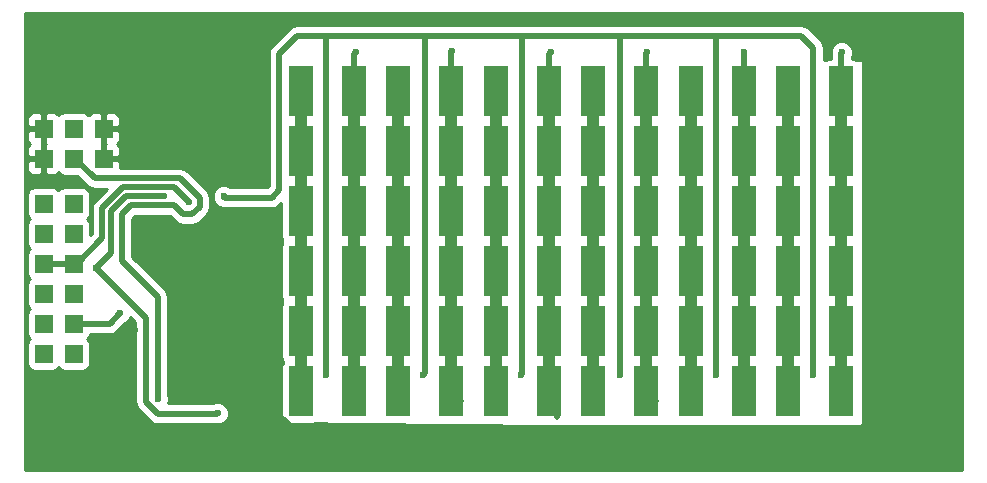
<source format=gbr>
G04 #@! TF.FileFunction,Copper,L1,Top,Signal*
%FSLAX46Y46*%
G04 Gerber Fmt 4.6, Leading zero omitted, Abs format (unit mm)*
G04 Created by KiCad (PCBNEW 4.0.5+dfsg1-4) date Mon Nov 27 15:55:13 2017*
%MOMM*%
%LPD*%
G01*
G04 APERTURE LIST*
%ADD10C,0.100000*%
%ADD11R,1.524000X1.524000*%
%ADD12C,6.000000*%
%ADD13R,2.000000X4.200000*%
%ADD14C,0.600000*%
%ADD15C,0.500000*%
%ADD16C,1.000000*%
%ADD17C,0.254000*%
G04 APERTURE END LIST*
D10*
D11*
X48260000Y-41275000D03*
X48260000Y-43815000D03*
X45720000Y-41275000D03*
X45720000Y-43815000D03*
X43180000Y-41275000D03*
X43180000Y-43815000D03*
D12*
X116840000Y-66040000D03*
X116840000Y-35560000D03*
X45720000Y-35560000D03*
X45720000Y-66040000D03*
D13*
X69433000Y-43180000D03*
X64933000Y-43180000D03*
X69433000Y-38100000D03*
X64933000Y-38100000D03*
X69433000Y-53340000D03*
X64933000Y-53340000D03*
X69433000Y-63500000D03*
X64933000Y-63500000D03*
X69433000Y-48260000D03*
X64933000Y-48260000D03*
X69433000Y-58420000D03*
X64933000Y-58420000D03*
X77688000Y-38100000D03*
X73188000Y-38100000D03*
X77688000Y-43180000D03*
X73188000Y-43180000D03*
X77688000Y-48260000D03*
X73188000Y-48260000D03*
X77688000Y-63500000D03*
X73188000Y-63500000D03*
X77688000Y-53340000D03*
X73188000Y-53340000D03*
X77688000Y-58420000D03*
X73188000Y-58420000D03*
X85943000Y-38100000D03*
X81443000Y-38100000D03*
X85943000Y-43180000D03*
X81443000Y-43180000D03*
X85943000Y-48260000D03*
X81443000Y-48260000D03*
X85943000Y-63500000D03*
X81443000Y-63500000D03*
X85943000Y-53340000D03*
X81443000Y-53340000D03*
X85943000Y-58420000D03*
X81443000Y-58420000D03*
X94198000Y-58420000D03*
X89698000Y-58420000D03*
X94198000Y-53340000D03*
X89698000Y-53340000D03*
X94198000Y-43180000D03*
X89698000Y-43180000D03*
X94198000Y-63500000D03*
X89698000Y-63500000D03*
X94198000Y-48260000D03*
X89698000Y-48260000D03*
X94198000Y-38100000D03*
X89698000Y-38100000D03*
X102453000Y-58420000D03*
X97953000Y-58420000D03*
X102453000Y-53340000D03*
X97953000Y-53340000D03*
X102453000Y-63500000D03*
X97953000Y-63500000D03*
X102453000Y-43180000D03*
X97953000Y-43180000D03*
X102453000Y-48260000D03*
X97953000Y-48260000D03*
X102453000Y-38100000D03*
X97953000Y-38100000D03*
X110708000Y-38100000D03*
X106208000Y-38100000D03*
X110708000Y-43180000D03*
X106208000Y-43180000D03*
X110708000Y-48260000D03*
X106208000Y-48260000D03*
X110708000Y-53340000D03*
X106208000Y-53340000D03*
X110708000Y-58420000D03*
X106208000Y-58420000D03*
X110708000Y-63500000D03*
X106208000Y-63500000D03*
D11*
X43180000Y-47625000D03*
X45720000Y-47625000D03*
X43180000Y-50165000D03*
X45720000Y-50165000D03*
X43180000Y-52705000D03*
X45720000Y-52705000D03*
X43180000Y-55245000D03*
X45720000Y-55245000D03*
X43180000Y-57785000D03*
X45720000Y-57785000D03*
X43180000Y-60325000D03*
X45720000Y-60325000D03*
D14*
X55499000Y-47498000D03*
X57023000Y-40767000D03*
X54483000Y-40767000D03*
X51181000Y-40894000D03*
X59944000Y-40386000D03*
X60198000Y-37973000D03*
X59436000Y-33528000D03*
X59880500Y-35623500D03*
X61112400Y-52959000D03*
X52407820Y-51943000D03*
X63373000Y-61087000D03*
X58928000Y-60071000D03*
X50927000Y-58293000D03*
X52832000Y-64135000D03*
X83693000Y-51689000D03*
X57912000Y-65362000D03*
X58420000Y-46990000D03*
X67056000Y-53086000D03*
X67056000Y-62103000D03*
X75438000Y-53086000D03*
X75311000Y-62103000D03*
X83566000Y-62103000D03*
X91948000Y-52324000D03*
X91948000Y-62103000D03*
X100076000Y-53086000D03*
X100076000Y-62146000D03*
X108331000Y-53086000D03*
X108331000Y-62103000D03*
X47625000Y-53086000D03*
X53340000Y-46990000D03*
X64933000Y-55880000D03*
X69596000Y-34798000D03*
X69433000Y-55880000D03*
X73188000Y-55880000D03*
X77724000Y-34671000D03*
X77688000Y-55753000D03*
X81443000Y-55753000D03*
X86106000Y-34798000D03*
X85943000Y-55880000D03*
X89698000Y-55753000D03*
X94234000Y-34798000D03*
X94198000Y-55880000D03*
X97953000Y-55753000D03*
X102489000Y-34798000D03*
X102453000Y-55880000D03*
X106208000Y-55880000D03*
X110744000Y-34798000D03*
X110708000Y-55880000D03*
X49657000Y-56896000D03*
D15*
X45720000Y-52705000D02*
X45974000Y-52705000D01*
X45974000Y-52705000D02*
X48133000Y-50546000D01*
X54229000Y-46228000D02*
X55499000Y-47498000D01*
X49911000Y-46228000D02*
X54229000Y-46228000D01*
X48133000Y-48006000D02*
X49911000Y-46228000D01*
X48133000Y-50546000D02*
X48133000Y-48006000D01*
X45720000Y-52705000D02*
X45847000Y-52705000D01*
X45720000Y-52705000D02*
X46101000Y-52705000D01*
X43180000Y-52705000D02*
X45720000Y-52705000D01*
X59880500Y-35623500D02*
X59944000Y-35560000D01*
X61112400Y-54203600D02*
X61112400Y-52959000D01*
X52407820Y-51943000D02*
X54127400Y-51943000D01*
X54127400Y-51943000D02*
X54102000Y-51943000D01*
X54102000Y-51943000D02*
X54127400Y-51943000D01*
X63373000Y-61087000D02*
X62382400Y-61087000D01*
X62382400Y-61087000D02*
X62865000Y-61087000D01*
X62865000Y-61087000D02*
X62382400Y-61087000D01*
X58928000Y-60071000D02*
X62382400Y-60071000D01*
X62382400Y-60071000D02*
X62103000Y-60071000D01*
X62103000Y-60071000D02*
X62382400Y-60071000D01*
X49530000Y-62230000D02*
X45720000Y-66040000D01*
X49530000Y-59690000D02*
X49530000Y-62230000D01*
X50927000Y-58293000D02*
X49530000Y-59690000D01*
D16*
X116840000Y-66040000D02*
X113385600Y-66040000D01*
X62382400Y-65151000D02*
X62382400Y-61087000D01*
X64084200Y-66852800D02*
X62382400Y-65151000D01*
X112572800Y-66852800D02*
X64084200Y-66852800D01*
X113385600Y-66040000D02*
X112572800Y-66852800D01*
X62382400Y-61087000D02*
X62382400Y-60071000D01*
X54127400Y-51155600D02*
X52120800Y-49149000D01*
X54127400Y-51943000D02*
X54127400Y-51155600D01*
X62382400Y-60071000D02*
X62382400Y-55473600D01*
X54127400Y-53238400D02*
X54127400Y-51943000D01*
X55092600Y-54203600D02*
X54127400Y-53238400D01*
X61112400Y-54203600D02*
X55092600Y-54203600D01*
X62382400Y-55473600D02*
X61112400Y-54203600D01*
D15*
X45720000Y-43815000D02*
X45847000Y-43815000D01*
X45847000Y-43815000D02*
X47498000Y-45466000D01*
X52832000Y-55499000D02*
X52832000Y-64135000D01*
X49784000Y-52451000D02*
X52832000Y-55499000D01*
X49784000Y-48514000D02*
X49784000Y-52451000D01*
X50546000Y-47752000D02*
X49784000Y-48514000D01*
X54229000Y-47752000D02*
X50546000Y-47752000D01*
X54991000Y-48514000D02*
X54229000Y-47752000D01*
X55753000Y-48514000D02*
X54991000Y-48514000D01*
X56388000Y-47879000D02*
X55753000Y-48514000D01*
X56388000Y-47117000D02*
X56388000Y-47879000D01*
X54737000Y-45466000D02*
X56388000Y-47117000D01*
X47498000Y-45466000D02*
X54737000Y-45466000D01*
X51816000Y-59817000D02*
X51816000Y-57277000D01*
X57912000Y-65362000D02*
X57869000Y-65405000D01*
X57869000Y-65405000D02*
X52832000Y-65405000D01*
X52832000Y-65405000D02*
X51816000Y-64389000D01*
X51816000Y-59817000D02*
X51816000Y-64389000D01*
X51816000Y-57277000D02*
X47625000Y-53086000D01*
X64643000Y-33401000D02*
X67056000Y-33401000D01*
X63119000Y-34925000D02*
X64643000Y-33401000D01*
X63119000Y-46482000D02*
X63119000Y-34925000D01*
X62484000Y-47117000D02*
X63119000Y-46482000D01*
X58547000Y-47117000D02*
X62484000Y-47117000D01*
X58420000Y-46990000D02*
X58547000Y-47117000D01*
X67056000Y-33401000D02*
X67056000Y-53086000D01*
X67056000Y-53086000D02*
X67056000Y-62103000D01*
X75438000Y-33401000D02*
X75438000Y-53086000D01*
X75438000Y-53086000D02*
X75438000Y-61976000D01*
X75438000Y-61976000D02*
X75311000Y-62103000D01*
X83693000Y-33401000D02*
X83693000Y-51689000D01*
X83693000Y-51689000D02*
X83693000Y-61976000D01*
X83693000Y-61976000D02*
X83566000Y-62103000D01*
X91948000Y-33401000D02*
X91948000Y-52324000D01*
X91948000Y-52324000D02*
X91948000Y-62103000D01*
X100076000Y-62146000D02*
X100076000Y-53086000D01*
X100076000Y-53086000D02*
X100076000Y-33401000D01*
X100076000Y-33401000D02*
X100076000Y-33528000D01*
X100076000Y-33528000D02*
X100076000Y-33401000D01*
X67056000Y-33401000D02*
X75438000Y-33401000D01*
X75438000Y-33401000D02*
X83693000Y-33401000D01*
X83693000Y-33401000D02*
X91948000Y-33401000D01*
X91948000Y-33401000D02*
X100076000Y-33401000D01*
X108331000Y-34417000D02*
X108331000Y-53086000D01*
X100076000Y-33401000D02*
X107315000Y-33401000D01*
X107315000Y-33401000D02*
X108331000Y-34417000D01*
X108331000Y-53086000D02*
X108331000Y-62103000D01*
X47625000Y-53086000D02*
X48895000Y-51816000D01*
X48895000Y-51816000D02*
X48895000Y-48260000D01*
X48895000Y-48260000D02*
X50165000Y-46990000D01*
X50165000Y-46990000D02*
X53340000Y-46990000D01*
X64933000Y-40640000D02*
X64933000Y-40676000D01*
D16*
X64933000Y-63500000D02*
X64933000Y-58420000D01*
X64933000Y-58420000D02*
X64933000Y-55880000D01*
X64933000Y-55880000D02*
X64933000Y-53340000D01*
X64933000Y-53340000D02*
X64933000Y-48260000D01*
X64933000Y-48260000D02*
X64933000Y-43180000D01*
X64933000Y-43180000D02*
X64933000Y-40640000D01*
X64933000Y-40640000D02*
X64933000Y-38100000D01*
D15*
X69433000Y-34961000D02*
X69433000Y-38100000D01*
X69596000Y-34798000D02*
X69433000Y-34961000D01*
X69433000Y-64861000D02*
X69433000Y-63500000D01*
X69723000Y-63790000D02*
X69433000Y-63500000D01*
X69596000Y-63663000D02*
X69433000Y-63500000D01*
D16*
X69433000Y-38100000D02*
X69433000Y-40640000D01*
X69433000Y-40640000D02*
X69433000Y-43180000D01*
X69433000Y-43180000D02*
X69433000Y-48260000D01*
X69433000Y-48260000D02*
X69433000Y-53340000D01*
X69433000Y-53340000D02*
X69433000Y-55880000D01*
X69433000Y-55880000D02*
X69433000Y-58420000D01*
X69433000Y-58420000D02*
X69433000Y-63500000D01*
X73188000Y-63500000D02*
X73188000Y-58420000D01*
X73188000Y-58420000D02*
X73188000Y-55880000D01*
X73188000Y-55880000D02*
X73188000Y-53340000D01*
X73188000Y-53340000D02*
X73188000Y-48260000D01*
X73188000Y-48260000D02*
X73188000Y-43180000D01*
X73188000Y-43180000D02*
X73188000Y-40767000D01*
X73188000Y-40767000D02*
X73188000Y-38100000D01*
D15*
X77688000Y-34707000D02*
X77688000Y-38100000D01*
X77724000Y-34671000D02*
X77688000Y-34707000D01*
X78486000Y-64298000D02*
X77688000Y-63500000D01*
X77978000Y-63790000D02*
X77688000Y-63500000D01*
X78105000Y-63917000D02*
X77688000Y-63500000D01*
D16*
X77688000Y-38100000D02*
X77688000Y-40513000D01*
X77688000Y-40513000D02*
X77688000Y-40640000D01*
X77688000Y-40640000D02*
X77688000Y-43180000D01*
X77688000Y-43180000D02*
X77688000Y-48260000D01*
X77688000Y-48260000D02*
X77688000Y-53340000D01*
X77688000Y-53340000D02*
X77688000Y-55753000D01*
X77688000Y-55753000D02*
X77688000Y-58420000D01*
X77688000Y-58420000D02*
X77688000Y-63500000D01*
X81443000Y-63500000D02*
X81443000Y-58420000D01*
X81443000Y-58420000D02*
X81443000Y-55753000D01*
X81443000Y-55753000D02*
X81443000Y-53340000D01*
X81443000Y-53340000D02*
X81443000Y-48260000D01*
X81443000Y-48260000D02*
X81443000Y-45720000D01*
X81443000Y-45720000D02*
X81443000Y-43180000D01*
X81443000Y-43180000D02*
X81443000Y-40767000D01*
X81443000Y-40767000D02*
X81443000Y-38100000D01*
D15*
X85943000Y-34961000D02*
X85943000Y-38100000D01*
X86106000Y-34798000D02*
X85943000Y-34961000D01*
X86614000Y-65659000D02*
X86614000Y-64171000D01*
X86614000Y-64171000D02*
X85943000Y-63500000D01*
X86360000Y-63917000D02*
X85943000Y-63500000D01*
D16*
X85943000Y-38100000D02*
X85943000Y-40640000D01*
X85943000Y-40640000D02*
X85943000Y-43180000D01*
X85943000Y-43180000D02*
X85943000Y-45720000D01*
X85943000Y-45720000D02*
X85943000Y-48260000D01*
X85943000Y-48260000D02*
X85943000Y-53340000D01*
X85943000Y-53340000D02*
X85943000Y-55880000D01*
X85943000Y-55880000D02*
X85943000Y-58420000D01*
X85943000Y-58420000D02*
X85943000Y-63500000D01*
X89698000Y-63500000D02*
X89698000Y-58420000D01*
X89698000Y-58420000D02*
X89698000Y-55753000D01*
X89698000Y-55753000D02*
X89698000Y-53340000D01*
X89698000Y-53340000D02*
X89698000Y-48260000D01*
X89698000Y-48260000D02*
X89698000Y-43180000D01*
X89698000Y-43180000D02*
X89698000Y-40640000D01*
X89698000Y-40640000D02*
X89698000Y-38100000D01*
D15*
X94198000Y-34834000D02*
X94198000Y-38100000D01*
X94234000Y-34798000D02*
X94198000Y-34834000D01*
X94996000Y-64298000D02*
X94198000Y-63500000D01*
X94615000Y-63917000D02*
X94198000Y-63500000D01*
D16*
X94198000Y-38100000D02*
X94198000Y-40767000D01*
X94198000Y-40767000D02*
X94198000Y-43180000D01*
X94198000Y-43180000D02*
X94198000Y-48260000D01*
X94198000Y-48260000D02*
X94198000Y-53340000D01*
X94198000Y-53340000D02*
X94198000Y-55880000D01*
X94198000Y-55880000D02*
X94198000Y-58420000D01*
X94198000Y-58420000D02*
X94198000Y-63500000D01*
X97953000Y-63500000D02*
X97953000Y-58420000D01*
X97953000Y-58420000D02*
X97953000Y-55753000D01*
X97953000Y-55753000D02*
X97953000Y-53340000D01*
X97953000Y-53340000D02*
X97953000Y-48260000D01*
X97953000Y-48260000D02*
X97953000Y-43180000D01*
X97953000Y-43180000D02*
X97953000Y-40640000D01*
X97953000Y-40640000D02*
X97953000Y-38100000D01*
D15*
X102453000Y-34834000D02*
X102453000Y-38100000D01*
X102489000Y-34798000D02*
X102453000Y-34834000D01*
X102453000Y-64861000D02*
X102453000Y-63500000D01*
X102870000Y-63917000D02*
X102453000Y-63500000D01*
D16*
X102453000Y-38100000D02*
X102453000Y-40640000D01*
X102453000Y-40640000D02*
X102453000Y-43180000D01*
X102453000Y-43180000D02*
X102453000Y-48260000D01*
X102453000Y-48260000D02*
X102453000Y-53340000D01*
X102453000Y-53340000D02*
X102453000Y-55880000D01*
X102453000Y-55880000D02*
X102453000Y-58420000D01*
X102453000Y-58420000D02*
X102453000Y-63500000D01*
X106208000Y-58420000D02*
X106208000Y-63500000D01*
X106208000Y-38100000D02*
X106208000Y-40640000D01*
X106208000Y-40640000D02*
X106208000Y-43180000D01*
X106208000Y-43180000D02*
X106208000Y-48260000D01*
X106208000Y-48260000D02*
X106208000Y-53340000D01*
X106208000Y-53340000D02*
X106208000Y-55880000D01*
X106208000Y-55880000D02*
X106208000Y-58420000D01*
D15*
X110708000Y-34834000D02*
X110708000Y-38100000D01*
X110744000Y-34798000D02*
X110708000Y-34834000D01*
X110708000Y-64861000D02*
X110708000Y-63500000D01*
X110708000Y-64861000D02*
X110708000Y-63500000D01*
X110998000Y-63790000D02*
X110708000Y-63500000D01*
D16*
X110708000Y-63500000D02*
X110708000Y-58420000D01*
X110708000Y-58420000D02*
X110708000Y-55880000D01*
X110708000Y-55880000D02*
X110708000Y-53340000D01*
X110708000Y-53340000D02*
X110708000Y-48260000D01*
X110708000Y-48260000D02*
X110708000Y-43180000D01*
X110708000Y-43180000D02*
X110708000Y-40767000D01*
X110708000Y-40767000D02*
X110708000Y-38100000D01*
D15*
X48768000Y-57785000D02*
X45720000Y-57785000D01*
X49657000Y-56896000D02*
X48768000Y-57785000D01*
D17*
G36*
X120956000Y-70156000D02*
X41604000Y-70156000D01*
X41604000Y-46863000D01*
X41770560Y-46863000D01*
X41770560Y-48387000D01*
X41814838Y-48622317D01*
X41953910Y-48838441D01*
X42035770Y-48894374D01*
X41966559Y-48938910D01*
X41821569Y-49151110D01*
X41770560Y-49403000D01*
X41770560Y-50927000D01*
X41814838Y-51162317D01*
X41953910Y-51378441D01*
X42035770Y-51434374D01*
X41966559Y-51478910D01*
X41821569Y-51691110D01*
X41770560Y-51943000D01*
X41770560Y-53467000D01*
X41814838Y-53702317D01*
X41953910Y-53918441D01*
X42035770Y-53974374D01*
X41966559Y-54018910D01*
X41821569Y-54231110D01*
X41770560Y-54483000D01*
X41770560Y-56007000D01*
X41814838Y-56242317D01*
X41953910Y-56458441D01*
X42035770Y-56514374D01*
X41966559Y-56558910D01*
X41821569Y-56771110D01*
X41770560Y-57023000D01*
X41770560Y-58547000D01*
X41814838Y-58782317D01*
X41953910Y-58998441D01*
X42035770Y-59054374D01*
X41966559Y-59098910D01*
X41821569Y-59311110D01*
X41770560Y-59563000D01*
X41770560Y-61087000D01*
X41814838Y-61322317D01*
X41953910Y-61538441D01*
X42166110Y-61683431D01*
X42418000Y-61734440D01*
X43942000Y-61734440D01*
X44177317Y-61690162D01*
X44393441Y-61551090D01*
X44449374Y-61469230D01*
X44493910Y-61538441D01*
X44706110Y-61683431D01*
X44958000Y-61734440D01*
X46482000Y-61734440D01*
X46717317Y-61690162D01*
X46933441Y-61551090D01*
X47078431Y-61338890D01*
X47129440Y-61087000D01*
X47129440Y-59563000D01*
X47085162Y-59327683D01*
X46946090Y-59111559D01*
X46864230Y-59055626D01*
X46933441Y-59011090D01*
X47078431Y-58798890D01*
X47104532Y-58670000D01*
X48767995Y-58670000D01*
X48768000Y-58670001D01*
X49050484Y-58613810D01*
X49106675Y-58602633D01*
X49393790Y-58410790D01*
X50065835Y-57738745D01*
X50185943Y-57689117D01*
X50449192Y-57426327D01*
X50526814Y-57239393D01*
X50931000Y-57643579D01*
X50931000Y-64388995D01*
X50930999Y-64389000D01*
X50962627Y-64548001D01*
X50998367Y-64727675D01*
X51131679Y-64927192D01*
X51190210Y-65014790D01*
X52206208Y-66030787D01*
X52206210Y-66030790D01*
X52493325Y-66222633D01*
X52549516Y-66233810D01*
X52832000Y-66290001D01*
X52832005Y-66290000D01*
X57708733Y-66290000D01*
X57725201Y-66296838D01*
X58097167Y-66297162D01*
X58440943Y-66155117D01*
X58704192Y-65892327D01*
X58846838Y-65548799D01*
X58847162Y-65176833D01*
X58705117Y-64833057D01*
X58442327Y-64569808D01*
X58098799Y-64427162D01*
X57726833Y-64426838D01*
X57501363Y-64520000D01*
X53684537Y-64520000D01*
X53766838Y-64321799D01*
X53767162Y-63949833D01*
X53717000Y-63828431D01*
X53717000Y-55499005D01*
X53717001Y-55499000D01*
X53649633Y-55160326D01*
X53649633Y-55160325D01*
X53457790Y-54873210D01*
X53457787Y-54873208D01*
X50669000Y-52084420D01*
X50669000Y-48880580D01*
X50912579Y-48637000D01*
X53862420Y-48637000D01*
X54365208Y-49139787D01*
X54365210Y-49139790D01*
X54652325Y-49331633D01*
X54708516Y-49342810D01*
X54991000Y-49399001D01*
X54991005Y-49399000D01*
X55752995Y-49399000D01*
X55753000Y-49399001D01*
X56035484Y-49342810D01*
X56091675Y-49331633D01*
X56378790Y-49139790D01*
X57013787Y-48504792D01*
X57013790Y-48504790D01*
X57205633Y-48217675D01*
X57205634Y-48217674D01*
X57273001Y-47879000D01*
X57273000Y-47878995D01*
X57273000Y-47175167D01*
X57484838Y-47175167D01*
X57626883Y-47518943D01*
X57889673Y-47782192D01*
X58128762Y-47881471D01*
X58188408Y-47921325D01*
X58208325Y-47934633D01*
X58547000Y-48002001D01*
X58547005Y-48002000D01*
X62483995Y-48002000D01*
X62484000Y-48002001D01*
X62766484Y-47945810D01*
X62822675Y-47934633D01*
X63109790Y-47742790D01*
X63285560Y-47567020D01*
X63285560Y-50360000D01*
X63329838Y-50595317D01*
X63373000Y-50662393D01*
X63373000Y-50934791D01*
X63336569Y-50988110D01*
X63285560Y-51240000D01*
X63285560Y-55440000D01*
X63329838Y-55675317D01*
X63373000Y-55742393D01*
X63373000Y-56014791D01*
X63336569Y-56068110D01*
X63285560Y-56320000D01*
X63285560Y-60520000D01*
X63329838Y-60755317D01*
X63373000Y-60822393D01*
X63373000Y-61094791D01*
X63336569Y-61148110D01*
X63285560Y-61400000D01*
X63285560Y-65600000D01*
X63329838Y-65835317D01*
X63373000Y-65902393D01*
X63373000Y-66040000D01*
X63383006Y-66089410D01*
X63411447Y-66131035D01*
X63453841Y-66158315D01*
X63498351Y-66166989D01*
X63640726Y-66168838D01*
X63681110Y-66196431D01*
X63933000Y-66247440D01*
X65933000Y-66247440D01*
X66168317Y-66203162D01*
X66170599Y-66201694D01*
X68346651Y-66229954D01*
X68433000Y-66247440D01*
X69693078Y-66247440D01*
X86254203Y-66462520D01*
X86275325Y-66476633D01*
X86614000Y-66544000D01*
X86952675Y-66476633D01*
X86960078Y-66471687D01*
X112393351Y-66801989D01*
X112442887Y-66792626D01*
X112484877Y-66764728D01*
X112512705Y-66722692D01*
X112522000Y-66675000D01*
X112522000Y-35560000D01*
X112511994Y-35510590D01*
X112483553Y-35468965D01*
X112441159Y-35441685D01*
X112395000Y-35433000D01*
X112002964Y-35433000D01*
X111959890Y-35403569D01*
X111708000Y-35352560D01*
X111593000Y-35352560D01*
X111593000Y-35191519D01*
X111678838Y-34984799D01*
X111679162Y-34612833D01*
X111537117Y-34269057D01*
X111274327Y-34005808D01*
X110930799Y-33863162D01*
X110558833Y-33862838D01*
X110215057Y-34004883D01*
X109951808Y-34267673D01*
X109809162Y-34611201D01*
X109808838Y-34983167D01*
X109823000Y-35017442D01*
X109823000Y-35352560D01*
X109708000Y-35352560D01*
X109472683Y-35396838D01*
X109416486Y-35433000D01*
X109216000Y-35433000D01*
X109216000Y-34417005D01*
X109216001Y-34417000D01*
X109148633Y-34078326D01*
X109148633Y-34078325D01*
X108956790Y-33791210D01*
X108956787Y-33791208D01*
X107940790Y-32775210D01*
X107653675Y-32583367D01*
X107597484Y-32572190D01*
X107315000Y-32515999D01*
X107314995Y-32516000D01*
X64643000Y-32516000D01*
X64304325Y-32583367D01*
X64017210Y-32775210D01*
X64017208Y-32775213D01*
X62493210Y-34299210D01*
X62301367Y-34586325D01*
X62301367Y-34586326D01*
X62233999Y-34925000D01*
X62234000Y-34925005D01*
X62234000Y-46115421D01*
X62117420Y-46232000D01*
X58984459Y-46232000D01*
X58950327Y-46197808D01*
X58606799Y-46055162D01*
X58234833Y-46054838D01*
X57891057Y-46196883D01*
X57627808Y-46459673D01*
X57485162Y-46803201D01*
X57484838Y-47175167D01*
X57273000Y-47175167D01*
X57273000Y-47117005D01*
X57273001Y-47117000D01*
X57205634Y-46778326D01*
X57093904Y-46611110D01*
X57013790Y-46491210D01*
X57013787Y-46491208D01*
X55362790Y-44840210D01*
X55321045Y-44812317D01*
X55075675Y-44648367D01*
X55019484Y-44637190D01*
X54737000Y-44580999D01*
X54736995Y-44581000D01*
X49657000Y-44581000D01*
X49657000Y-44100750D01*
X49498250Y-43942000D01*
X48387000Y-43942000D01*
X48387000Y-43962000D01*
X48133000Y-43962000D01*
X48133000Y-43942000D01*
X48113000Y-43942000D01*
X48113000Y-43688000D01*
X48133000Y-43688000D01*
X48133000Y-42576750D01*
X48101250Y-42545000D01*
X48133000Y-42513250D01*
X48133000Y-41402000D01*
X48387000Y-41402000D01*
X48387000Y-42513250D01*
X48418750Y-42545000D01*
X48387000Y-42576750D01*
X48387000Y-43688000D01*
X49498250Y-43688000D01*
X49657000Y-43529250D01*
X49657000Y-42926691D01*
X49560327Y-42693302D01*
X49412026Y-42545000D01*
X49560327Y-42396698D01*
X49657000Y-42163309D01*
X49657000Y-41560750D01*
X49498250Y-41402000D01*
X48387000Y-41402000D01*
X48133000Y-41402000D01*
X48113000Y-41402000D01*
X48113000Y-41148000D01*
X48133000Y-41148000D01*
X48133000Y-40036750D01*
X48387000Y-40036750D01*
X48387000Y-41148000D01*
X49498250Y-41148000D01*
X49657000Y-40989250D01*
X49657000Y-40386691D01*
X49560327Y-40153302D01*
X49381699Y-39974673D01*
X49148310Y-39878000D01*
X48545750Y-39878000D01*
X48387000Y-40036750D01*
X48133000Y-40036750D01*
X47974250Y-39878000D01*
X47371690Y-39878000D01*
X47138301Y-39974673D01*
X46987329Y-40125646D01*
X46946090Y-40061559D01*
X46733890Y-39916569D01*
X46482000Y-39865560D01*
X44958000Y-39865560D01*
X44722683Y-39909838D01*
X44506559Y-40048910D01*
X44453536Y-40126511D01*
X44301699Y-39974673D01*
X44068310Y-39878000D01*
X43465750Y-39878000D01*
X43307000Y-40036750D01*
X43307000Y-41148000D01*
X43327000Y-41148000D01*
X43327000Y-41402000D01*
X43307000Y-41402000D01*
X43307000Y-42513250D01*
X43338750Y-42545000D01*
X43307000Y-42576750D01*
X43307000Y-43688000D01*
X43327000Y-43688000D01*
X43327000Y-43942000D01*
X43307000Y-43942000D01*
X43307000Y-45053250D01*
X43465750Y-45212000D01*
X44068310Y-45212000D01*
X44301699Y-45115327D01*
X44452671Y-44964354D01*
X44493910Y-45028441D01*
X44706110Y-45173431D01*
X44958000Y-45224440D01*
X46004860Y-45224440D01*
X46872208Y-46091787D01*
X46872210Y-46091790D01*
X46992803Y-46172367D01*
X47159326Y-46283634D01*
X47498000Y-46351001D01*
X47498005Y-46351000D01*
X48536421Y-46351000D01*
X47507210Y-47380210D01*
X47315367Y-47667325D01*
X47315367Y-47667326D01*
X47247999Y-48006000D01*
X47248000Y-48006005D01*
X47248000Y-50179421D01*
X47129440Y-50297981D01*
X47129440Y-49403000D01*
X47085162Y-49167683D01*
X46946090Y-48951559D01*
X46864230Y-48895626D01*
X46933441Y-48851090D01*
X47078431Y-48638890D01*
X47129440Y-48387000D01*
X47129440Y-46863000D01*
X47085162Y-46627683D01*
X46946090Y-46411559D01*
X46733890Y-46266569D01*
X46482000Y-46215560D01*
X44958000Y-46215560D01*
X44722683Y-46259838D01*
X44506559Y-46398910D01*
X44450626Y-46480770D01*
X44406090Y-46411559D01*
X44193890Y-46266569D01*
X43942000Y-46215560D01*
X42418000Y-46215560D01*
X42182683Y-46259838D01*
X41966559Y-46398910D01*
X41821569Y-46611110D01*
X41770560Y-46863000D01*
X41604000Y-46863000D01*
X41604000Y-44100750D01*
X41783000Y-44100750D01*
X41783000Y-44703309D01*
X41879673Y-44936698D01*
X42058301Y-45115327D01*
X42291690Y-45212000D01*
X42894250Y-45212000D01*
X43053000Y-45053250D01*
X43053000Y-43942000D01*
X41941750Y-43942000D01*
X41783000Y-44100750D01*
X41604000Y-44100750D01*
X41604000Y-41560750D01*
X41783000Y-41560750D01*
X41783000Y-42163309D01*
X41879673Y-42396698D01*
X42027974Y-42545000D01*
X41879673Y-42693302D01*
X41783000Y-42926691D01*
X41783000Y-43529250D01*
X41941750Y-43688000D01*
X43053000Y-43688000D01*
X43053000Y-42576750D01*
X43021250Y-42545000D01*
X43053000Y-42513250D01*
X43053000Y-41402000D01*
X41941750Y-41402000D01*
X41783000Y-41560750D01*
X41604000Y-41560750D01*
X41604000Y-40386691D01*
X41783000Y-40386691D01*
X41783000Y-40989250D01*
X41941750Y-41148000D01*
X43053000Y-41148000D01*
X43053000Y-40036750D01*
X42894250Y-39878000D01*
X42291690Y-39878000D01*
X42058301Y-39974673D01*
X41879673Y-40153302D01*
X41783000Y-40386691D01*
X41604000Y-40386691D01*
X41604000Y-31444000D01*
X120956000Y-31444000D01*
X120956000Y-70156000D01*
X120956000Y-70156000D01*
G37*
X120956000Y-70156000D02*
X41604000Y-70156000D01*
X41604000Y-46863000D01*
X41770560Y-46863000D01*
X41770560Y-48387000D01*
X41814838Y-48622317D01*
X41953910Y-48838441D01*
X42035770Y-48894374D01*
X41966559Y-48938910D01*
X41821569Y-49151110D01*
X41770560Y-49403000D01*
X41770560Y-50927000D01*
X41814838Y-51162317D01*
X41953910Y-51378441D01*
X42035770Y-51434374D01*
X41966559Y-51478910D01*
X41821569Y-51691110D01*
X41770560Y-51943000D01*
X41770560Y-53467000D01*
X41814838Y-53702317D01*
X41953910Y-53918441D01*
X42035770Y-53974374D01*
X41966559Y-54018910D01*
X41821569Y-54231110D01*
X41770560Y-54483000D01*
X41770560Y-56007000D01*
X41814838Y-56242317D01*
X41953910Y-56458441D01*
X42035770Y-56514374D01*
X41966559Y-56558910D01*
X41821569Y-56771110D01*
X41770560Y-57023000D01*
X41770560Y-58547000D01*
X41814838Y-58782317D01*
X41953910Y-58998441D01*
X42035770Y-59054374D01*
X41966559Y-59098910D01*
X41821569Y-59311110D01*
X41770560Y-59563000D01*
X41770560Y-61087000D01*
X41814838Y-61322317D01*
X41953910Y-61538441D01*
X42166110Y-61683431D01*
X42418000Y-61734440D01*
X43942000Y-61734440D01*
X44177317Y-61690162D01*
X44393441Y-61551090D01*
X44449374Y-61469230D01*
X44493910Y-61538441D01*
X44706110Y-61683431D01*
X44958000Y-61734440D01*
X46482000Y-61734440D01*
X46717317Y-61690162D01*
X46933441Y-61551090D01*
X47078431Y-61338890D01*
X47129440Y-61087000D01*
X47129440Y-59563000D01*
X47085162Y-59327683D01*
X46946090Y-59111559D01*
X46864230Y-59055626D01*
X46933441Y-59011090D01*
X47078431Y-58798890D01*
X47104532Y-58670000D01*
X48767995Y-58670000D01*
X48768000Y-58670001D01*
X49050484Y-58613810D01*
X49106675Y-58602633D01*
X49393790Y-58410790D01*
X50065835Y-57738745D01*
X50185943Y-57689117D01*
X50449192Y-57426327D01*
X50526814Y-57239393D01*
X50931000Y-57643579D01*
X50931000Y-64388995D01*
X50930999Y-64389000D01*
X50962627Y-64548001D01*
X50998367Y-64727675D01*
X51131679Y-64927192D01*
X51190210Y-65014790D01*
X52206208Y-66030787D01*
X52206210Y-66030790D01*
X52493325Y-66222633D01*
X52549516Y-66233810D01*
X52832000Y-66290001D01*
X52832005Y-66290000D01*
X57708733Y-66290000D01*
X57725201Y-66296838D01*
X58097167Y-66297162D01*
X58440943Y-66155117D01*
X58704192Y-65892327D01*
X58846838Y-65548799D01*
X58847162Y-65176833D01*
X58705117Y-64833057D01*
X58442327Y-64569808D01*
X58098799Y-64427162D01*
X57726833Y-64426838D01*
X57501363Y-64520000D01*
X53684537Y-64520000D01*
X53766838Y-64321799D01*
X53767162Y-63949833D01*
X53717000Y-63828431D01*
X53717000Y-55499005D01*
X53717001Y-55499000D01*
X53649633Y-55160326D01*
X53649633Y-55160325D01*
X53457790Y-54873210D01*
X53457787Y-54873208D01*
X50669000Y-52084420D01*
X50669000Y-48880580D01*
X50912579Y-48637000D01*
X53862420Y-48637000D01*
X54365208Y-49139787D01*
X54365210Y-49139790D01*
X54652325Y-49331633D01*
X54708516Y-49342810D01*
X54991000Y-49399001D01*
X54991005Y-49399000D01*
X55752995Y-49399000D01*
X55753000Y-49399001D01*
X56035484Y-49342810D01*
X56091675Y-49331633D01*
X56378790Y-49139790D01*
X57013787Y-48504792D01*
X57013790Y-48504790D01*
X57205633Y-48217675D01*
X57205634Y-48217674D01*
X57273001Y-47879000D01*
X57273000Y-47878995D01*
X57273000Y-47175167D01*
X57484838Y-47175167D01*
X57626883Y-47518943D01*
X57889673Y-47782192D01*
X58128762Y-47881471D01*
X58188408Y-47921325D01*
X58208325Y-47934633D01*
X58547000Y-48002001D01*
X58547005Y-48002000D01*
X62483995Y-48002000D01*
X62484000Y-48002001D01*
X62766484Y-47945810D01*
X62822675Y-47934633D01*
X63109790Y-47742790D01*
X63285560Y-47567020D01*
X63285560Y-50360000D01*
X63329838Y-50595317D01*
X63373000Y-50662393D01*
X63373000Y-50934791D01*
X63336569Y-50988110D01*
X63285560Y-51240000D01*
X63285560Y-55440000D01*
X63329838Y-55675317D01*
X63373000Y-55742393D01*
X63373000Y-56014791D01*
X63336569Y-56068110D01*
X63285560Y-56320000D01*
X63285560Y-60520000D01*
X63329838Y-60755317D01*
X63373000Y-60822393D01*
X63373000Y-61094791D01*
X63336569Y-61148110D01*
X63285560Y-61400000D01*
X63285560Y-65600000D01*
X63329838Y-65835317D01*
X63373000Y-65902393D01*
X63373000Y-66040000D01*
X63383006Y-66089410D01*
X63411447Y-66131035D01*
X63453841Y-66158315D01*
X63498351Y-66166989D01*
X63640726Y-66168838D01*
X63681110Y-66196431D01*
X63933000Y-66247440D01*
X65933000Y-66247440D01*
X66168317Y-66203162D01*
X66170599Y-66201694D01*
X68346651Y-66229954D01*
X68433000Y-66247440D01*
X69693078Y-66247440D01*
X86254203Y-66462520D01*
X86275325Y-66476633D01*
X86614000Y-66544000D01*
X86952675Y-66476633D01*
X86960078Y-66471687D01*
X112393351Y-66801989D01*
X112442887Y-66792626D01*
X112484877Y-66764728D01*
X112512705Y-66722692D01*
X112522000Y-66675000D01*
X112522000Y-35560000D01*
X112511994Y-35510590D01*
X112483553Y-35468965D01*
X112441159Y-35441685D01*
X112395000Y-35433000D01*
X112002964Y-35433000D01*
X111959890Y-35403569D01*
X111708000Y-35352560D01*
X111593000Y-35352560D01*
X111593000Y-35191519D01*
X111678838Y-34984799D01*
X111679162Y-34612833D01*
X111537117Y-34269057D01*
X111274327Y-34005808D01*
X110930799Y-33863162D01*
X110558833Y-33862838D01*
X110215057Y-34004883D01*
X109951808Y-34267673D01*
X109809162Y-34611201D01*
X109808838Y-34983167D01*
X109823000Y-35017442D01*
X109823000Y-35352560D01*
X109708000Y-35352560D01*
X109472683Y-35396838D01*
X109416486Y-35433000D01*
X109216000Y-35433000D01*
X109216000Y-34417005D01*
X109216001Y-34417000D01*
X109148633Y-34078326D01*
X109148633Y-34078325D01*
X108956790Y-33791210D01*
X108956787Y-33791208D01*
X107940790Y-32775210D01*
X107653675Y-32583367D01*
X107597484Y-32572190D01*
X107315000Y-32515999D01*
X107314995Y-32516000D01*
X64643000Y-32516000D01*
X64304325Y-32583367D01*
X64017210Y-32775210D01*
X64017208Y-32775213D01*
X62493210Y-34299210D01*
X62301367Y-34586325D01*
X62301367Y-34586326D01*
X62233999Y-34925000D01*
X62234000Y-34925005D01*
X62234000Y-46115421D01*
X62117420Y-46232000D01*
X58984459Y-46232000D01*
X58950327Y-46197808D01*
X58606799Y-46055162D01*
X58234833Y-46054838D01*
X57891057Y-46196883D01*
X57627808Y-46459673D01*
X57485162Y-46803201D01*
X57484838Y-47175167D01*
X57273000Y-47175167D01*
X57273000Y-47117005D01*
X57273001Y-47117000D01*
X57205634Y-46778326D01*
X57093904Y-46611110D01*
X57013790Y-46491210D01*
X57013787Y-46491208D01*
X55362790Y-44840210D01*
X55321045Y-44812317D01*
X55075675Y-44648367D01*
X55019484Y-44637190D01*
X54737000Y-44580999D01*
X54736995Y-44581000D01*
X49657000Y-44581000D01*
X49657000Y-44100750D01*
X49498250Y-43942000D01*
X48387000Y-43942000D01*
X48387000Y-43962000D01*
X48133000Y-43962000D01*
X48133000Y-43942000D01*
X48113000Y-43942000D01*
X48113000Y-43688000D01*
X48133000Y-43688000D01*
X48133000Y-42576750D01*
X48101250Y-42545000D01*
X48133000Y-42513250D01*
X48133000Y-41402000D01*
X48387000Y-41402000D01*
X48387000Y-42513250D01*
X48418750Y-42545000D01*
X48387000Y-42576750D01*
X48387000Y-43688000D01*
X49498250Y-43688000D01*
X49657000Y-43529250D01*
X49657000Y-42926691D01*
X49560327Y-42693302D01*
X49412026Y-42545000D01*
X49560327Y-42396698D01*
X49657000Y-42163309D01*
X49657000Y-41560750D01*
X49498250Y-41402000D01*
X48387000Y-41402000D01*
X48133000Y-41402000D01*
X48113000Y-41402000D01*
X48113000Y-41148000D01*
X48133000Y-41148000D01*
X48133000Y-40036750D01*
X48387000Y-40036750D01*
X48387000Y-41148000D01*
X49498250Y-41148000D01*
X49657000Y-40989250D01*
X49657000Y-40386691D01*
X49560327Y-40153302D01*
X49381699Y-39974673D01*
X49148310Y-39878000D01*
X48545750Y-39878000D01*
X48387000Y-40036750D01*
X48133000Y-40036750D01*
X47974250Y-39878000D01*
X47371690Y-39878000D01*
X47138301Y-39974673D01*
X46987329Y-40125646D01*
X46946090Y-40061559D01*
X46733890Y-39916569D01*
X46482000Y-39865560D01*
X44958000Y-39865560D01*
X44722683Y-39909838D01*
X44506559Y-40048910D01*
X44453536Y-40126511D01*
X44301699Y-39974673D01*
X44068310Y-39878000D01*
X43465750Y-39878000D01*
X43307000Y-40036750D01*
X43307000Y-41148000D01*
X43327000Y-41148000D01*
X43327000Y-41402000D01*
X43307000Y-41402000D01*
X43307000Y-42513250D01*
X43338750Y-42545000D01*
X43307000Y-42576750D01*
X43307000Y-43688000D01*
X43327000Y-43688000D01*
X43327000Y-43942000D01*
X43307000Y-43942000D01*
X43307000Y-45053250D01*
X43465750Y-45212000D01*
X44068310Y-45212000D01*
X44301699Y-45115327D01*
X44452671Y-44964354D01*
X44493910Y-45028441D01*
X44706110Y-45173431D01*
X44958000Y-45224440D01*
X46004860Y-45224440D01*
X46872208Y-46091787D01*
X46872210Y-46091790D01*
X46992803Y-46172367D01*
X47159326Y-46283634D01*
X47498000Y-46351001D01*
X47498005Y-46351000D01*
X48536421Y-46351000D01*
X47507210Y-47380210D01*
X47315367Y-47667325D01*
X47315367Y-47667326D01*
X47247999Y-48006000D01*
X47248000Y-48006005D01*
X47248000Y-50179421D01*
X47129440Y-50297981D01*
X47129440Y-49403000D01*
X47085162Y-49167683D01*
X46946090Y-48951559D01*
X46864230Y-48895626D01*
X46933441Y-48851090D01*
X47078431Y-48638890D01*
X47129440Y-48387000D01*
X47129440Y-46863000D01*
X47085162Y-46627683D01*
X46946090Y-46411559D01*
X46733890Y-46266569D01*
X46482000Y-46215560D01*
X44958000Y-46215560D01*
X44722683Y-46259838D01*
X44506559Y-46398910D01*
X44450626Y-46480770D01*
X44406090Y-46411559D01*
X44193890Y-46266569D01*
X43942000Y-46215560D01*
X42418000Y-46215560D01*
X42182683Y-46259838D01*
X41966559Y-46398910D01*
X41821569Y-46611110D01*
X41770560Y-46863000D01*
X41604000Y-46863000D01*
X41604000Y-44100750D01*
X41783000Y-44100750D01*
X41783000Y-44703309D01*
X41879673Y-44936698D01*
X42058301Y-45115327D01*
X42291690Y-45212000D01*
X42894250Y-45212000D01*
X43053000Y-45053250D01*
X43053000Y-43942000D01*
X41941750Y-43942000D01*
X41783000Y-44100750D01*
X41604000Y-44100750D01*
X41604000Y-41560750D01*
X41783000Y-41560750D01*
X41783000Y-42163309D01*
X41879673Y-42396698D01*
X42027974Y-42545000D01*
X41879673Y-42693302D01*
X41783000Y-42926691D01*
X41783000Y-43529250D01*
X41941750Y-43688000D01*
X43053000Y-43688000D01*
X43053000Y-42576750D01*
X43021250Y-42545000D01*
X43053000Y-42513250D01*
X43053000Y-41402000D01*
X41941750Y-41402000D01*
X41783000Y-41560750D01*
X41604000Y-41560750D01*
X41604000Y-40386691D01*
X41783000Y-40386691D01*
X41783000Y-40989250D01*
X41941750Y-41148000D01*
X43053000Y-41148000D01*
X43053000Y-40036750D01*
X42894250Y-39878000D01*
X42291690Y-39878000D01*
X42058301Y-39974673D01*
X41879673Y-40153302D01*
X41783000Y-40386691D01*
X41604000Y-40386691D01*
X41604000Y-31444000D01*
X120956000Y-31444000D01*
X120956000Y-70156000D01*
M02*

</source>
